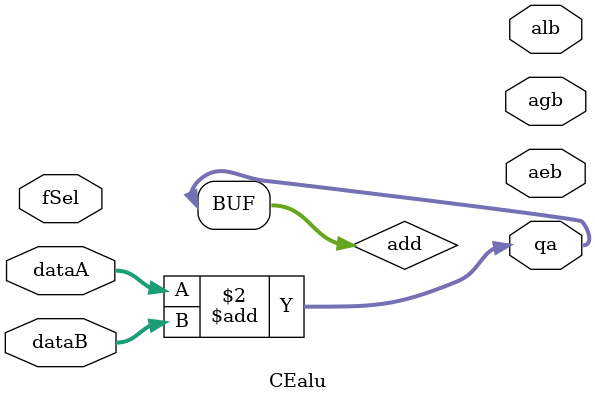
<source format=v>



// Generated by Quartus II Version 9.1 (Build Build 350 03/24/2010)
// Created on Mon Feb 21 15:54:04 2011

//  Module Declaration
module CEalu
(
	// {{ALTERA_ARGS_BEGIN}} DO NOT REMOVE THIS LINE!
	dataA, dataB, fSel, qa, alb, aeb, agb
	// {{ALTERA_ARGS_END}} DO NOT REMOVE THIS LINE!
// Port Declaration
);
input [width - 1: 0] dataA, dataB;
input [width - 29: 0] fSel;
output [width - 1: 0] qa;
output alb, aeb, agb;
wire [width - 1: 0] add, sub, n, o, x, qa;
wire alb, aeb, agb;
reg aluout;
parameter width = 32;
always @(fSel[0] or fSel[1] or fSel[2])
begin
//if(fSel[1] == 1)

//if(fSel[1] == 0)

//end
case(fSel)
0:aluout = 0;
1:aluout = 1;
2:aluout = add;
3:aluout = sub;
4:aluout = band;
5:aluout = bor;
6:aluout = bxor;
7:aluout = 7;
endcase
end
assign add = dataA + dataB;
assign sub = dataA - dataB;
assign band = dataA & dataB;
assign bor = dataA | dataB;
assign bxor = dataA ^ dataB;
assign sub = dataA - dataB;
assign qa = add;

endmodule


</source>
